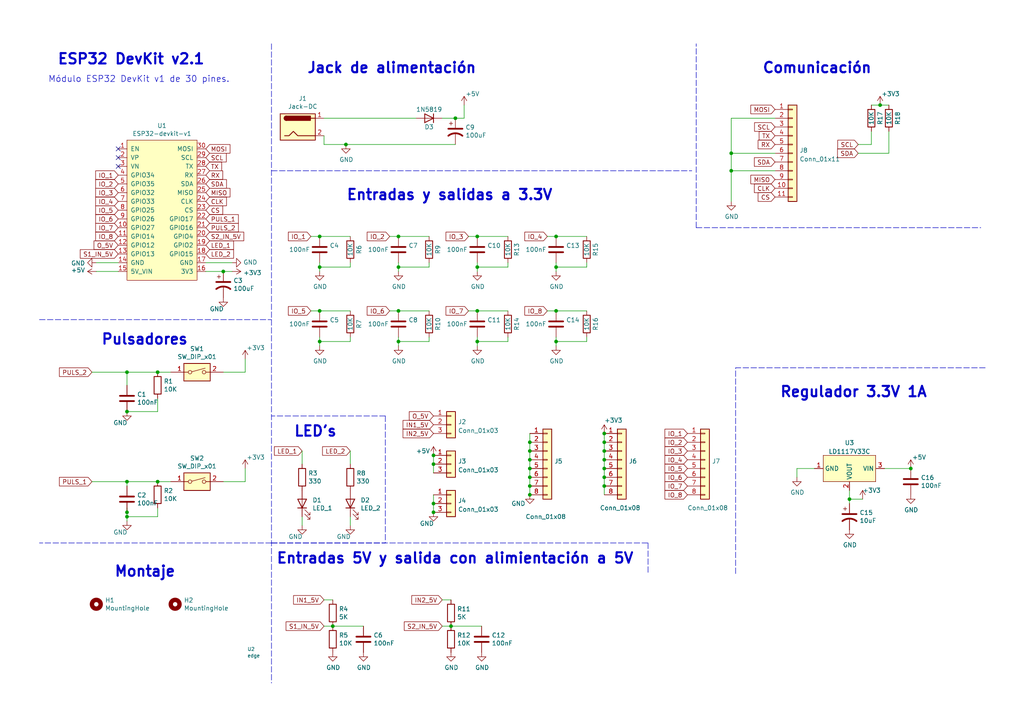
<source format=kicad_sch>
(kicad_sch (version 20211123) (generator eeschema)
  (paper "A4")
  (title_block (title "Esquema Open KIoT") (date "2022-04-25") (company "voluta.coop"))
  (lib_symbols
    (symbol "Connector:Jack-DC" (pin_names (offset 1.016))
      (property "Reference" "J" (at 0 5.334 0))
      (property "Value" "Jack-DC" (at 0 -5.08 0))
      (symbol "Jack-DC_0_1"
        (rectangle (start -5.08 3.81) (end 5.08 -3.81) (stroke (width 0.254)) (fill (type background)))
        (arc (start -3.302 3.175) (mid -3.937 2.54) (end -3.302 1.905) (stroke (width 0.254)))
        (arc (start -3.302 3.175) (mid -3.937 2.54) (end -3.302 1.905) (stroke (width 0.254)) (fill (type outline)))
        (polyline (pts (xy 5.08 2.54) (xy 3.81 2.54)) (stroke (width 0.254)))
        (polyline (pts (xy -3.81 -2.54) (xy -2.54 -2.54) (xy -1.27 -1.27) (xy 0 -2.54) (xy 2.54 -2.54) (xy 5.08 -2.54)) (stroke (width 0.254)))
        (rectangle (start 3.683 3.175) (end -3.302 1.905) (stroke (width 0.254)) (fill (type outline)))
      )
      (symbol "Jack-DC_1_1"
        (pin passive line (at 7.62 2.54 180) (length 2.54) (name "~") (number "1"))
        (pin passive line (at 7.62 -2.54 180) (length 2.54) (name "~") (number "2"))
      )
    )
    (symbol "Connector_Generic:Conn_01x03" (pin_names (offset 1.016) hide)
      (property "Reference" "J" (at 0 5.08 0))
      (property "Value" "Conn_01x03" (at 0 -5.08 0))
      (symbol "Conn_01x03_1_1"
        (rectangle (start -1.27 -2.413) (end 0 -2.667) (stroke (width 0.1524)))
        (rectangle (start -1.27 0.127) (end 0 -0.127) (stroke (width 0.1524)))
        (rectangle (start -1.27 2.667) (end 0 2.413) (stroke (width 0.1524)))
        (rectangle (start -1.27 3.81) (end 1.27 -3.81) (stroke (width 0.254)) (fill (type background)))
        (pin passive line (at -5.08 2.54 0) (length 3.81) (name "Pin_1") (number "1"))
        (pin passive line (at -5.08 0 0) (length 3.81) (name "Pin_2") (number "2"))
        (pin passive line (at -5.08 -2.54 0) (length 3.81) (name "Pin_3") (number "3"))
      )
    )
    (symbol "Connector_Generic:Conn_01x08" (pin_names (offset 1.016) hide)
      (property "Reference" "J" (at 0 10.16 0))
      (property "Value" "Conn_01x08" (at 0 -12.7 0))
      (symbol "Conn_01x08_1_1"
        (rectangle (start -1.27 -10.033) (end 0 -10.287) (stroke (width 0.1524)))
        (rectangle (start -1.27 -7.493) (end 0 -7.747) (stroke (width 0.1524)))
        (rectangle (start -1.27 -4.953) (end 0 -5.207) (stroke (width 0.1524)))
        (rectangle (start -1.27 -2.413) (end 0 -2.667) (stroke (width 0.1524)))
        (rectangle (start -1.27 0.127) (end 0 -0.127) (stroke (width 0.1524)))
        (rectangle (start -1.27 2.667) (end 0 2.413) (stroke (width 0.1524)))
        (rectangle (start -1.27 5.207) (end 0 4.953) (stroke (width 0.1524)))
        (rectangle (start -1.27 7.747) (end 0 7.493) (stroke (width 0.1524)))
        (rectangle (start -1.27 8.89) (end 1.27 -11.43) (stroke (width 0.254)) (fill (type background)))
        (pin passive line (at -5.08 7.62 0) (length 3.81) (name "Pin_1") (number "1"))
        (pin passive line (at -5.08 5.08 0) (length 3.81) (name "Pin_2") (number "2"))
        (pin passive line (at -5.08 2.54 0) (length 3.81) (name "Pin_3") (number "3"))
        (pin passive line (at -5.08 0 0) (length 3.81) (name "Pin_4") (number "4"))
        (pin passive line (at -5.08 -2.54 0) (length 3.81) (name "Pin_5") (number "5"))
        (pin passive line (at -5.08 -5.08 0) (length 3.81) (name "Pin_6") (number "6"))
        (pin passive line (at -5.08 -7.62 0) (length 3.81) (name "Pin_7") (number "7"))
        (pin passive line (at -5.08 -10.16 0) (length 3.81) (name "Pin_8") (number "8"))
      )
    )
    (symbol "Connector_Generic:Conn_01x11" (pin_names (offset 1.016) hide)
      (property "Reference" "J" (at 0 15.24 0))
      (property "Value" "Conn_01x11" (at 0 -15.24 0))
      (symbol "Conn_01x11_1_1"
        (rectangle (start -1.27 -12.573) (end 0 -12.827) (stroke (width 0.1524)))
        (rectangle (start -1.27 -10.033) (end 0 -10.287) (stroke (width 0.1524)))
        (rectangle (start -1.27 -7.493) (end 0 -7.747) (stroke (width 0.1524)))
        (rectangle (start -1.27 -4.953) (end 0 -5.207) (stroke (width 0.1524)))
        (rectangle (start -1.27 -2.413) (end 0 -2.667) (stroke (width 0.1524)))
        (rectangle (start -1.27 0.127) (end 0 -0.127) (stroke (width 0.1524)))
        (rectangle (start -1.27 2.667) (end 0 2.413) (stroke (width 0.1524)))
        (rectangle (start -1.27 5.207) (end 0 4.953) (stroke (width 0.1524)))
        (rectangle (start -1.27 7.747) (end 0 7.493) (stroke (width 0.1524)))
        (rectangle (start -1.27 10.287) (end 0 10.033) (stroke (width 0.1524)))
        (rectangle (start -1.27 12.827) (end 0 12.573) (stroke (width 0.1524)))
        (rectangle (start -1.27 13.97) (end 1.27 -13.97) (stroke (width 0.254)) (fill (type background)))
        (pin passive line (at -5.08 12.7 0) (length 3.81) (name "Pin_1") (number "1"))
        (pin passive line (at -5.08 -10.16 0) (length 3.81) (name "Pin_10") (number "10"))
        (pin passive line (at -5.08 -12.7 0) (length 3.81) (name "Pin_11") (number "11"))
        (pin passive line (at -5.08 10.16 0) (length 3.81) (name "Pin_2") (number "2"))
        (pin passive line (at -5.08 7.62 0) (length 3.81) (name "Pin_3") (number "3"))
        (pin passive line (at -5.08 5.08 0) (length 3.81) (name "Pin_4") (number "4"))
        (pin passive line (at -5.08 2.54 0) (length 3.81) (name "Pin_5") (number "5"))
        (pin passive line (at -5.08 0 0) (length 3.81) (name "Pin_6") (number "6"))
        (pin passive line (at -5.08 -2.54 0) (length 3.81) (name "Pin_7") (number "7"))
        (pin passive line (at -5.08 -5.08 0) (length 3.81) (name "Pin_8") (number "8"))
        (pin passive line (at -5.08 -7.62 0) (length 3.81) (name "Pin_9") (number "9"))
      )
    )
    (symbol "Device:C" (pin_numbers hide) (pin_names (offset 0.254))
      (property "Reference" "C" (at 0.635 2.54 0))
      (property "Value" "C" (at 0.635 -2.54 0))
      (symbol "C_0_1"
        (polyline (pts (xy -2.032 -0.762) (xy 2.032 -0.762)) (stroke (width 0.508)))
        (polyline (pts (xy -2.032 0.762) (xy 2.032 0.762)) (stroke (width 0.508)))
      )
      (symbol "C_1_1"
        (pin passive line (at 0 3.81 270) (length 2.794) (name "~") (number "1"))
        (pin passive line (at 0 -3.81 90) (length 2.794) (name "~") (number "2"))
      )
    )
    (symbol "Device:D" (pin_numbers hide) (pin_names (offset 1.016) hide)
      (property "Reference" "D" (at 0 2.54 0))
      (property "Value" "D" (at 0 -2.54 0))
      (symbol "D_0_1"
        (polyline (pts (xy -1.27 1.27) (xy -1.27 -1.27)) (stroke (width 0.254)))
        (polyline (pts (xy 1.27 0) (xy -1.27 0)))
        (polyline (pts (xy 1.27 1.27) (xy 1.27 -1.27) (xy -1.27 0) (xy 1.27 1.27)) (stroke (width 0.254)))
      )
      (symbol "D_1_1"
        (pin passive line (at -3.81 0 0) (length 2.54) (name "K") (number "1"))
        (pin passive line (at 3.81 0 180) (length 2.54) (name "A") (number "2"))
      )
    )
    (symbol "Device:LED" (pin_numbers hide) (pin_names (offset 1.016) hide)
      (property "Reference" "D" (at 0 2.54 0))
      (property "Value" "LED" (at 0 -2.54 0))
      (symbol "LED_0_1"
        (polyline (pts (xy -1.27 -1.27) (xy -1.27 1.27)) (stroke (width 0.254)))
        (polyline (pts (xy -1.27 0) (xy 1.27 0)))
        (polyline (pts (xy 1.27 -1.27) (xy 1.27 1.27) (xy -1.27 0) (xy 1.27 -1.27)) (stroke (width 0.254)))
        (polyline (pts (xy -3.048 -0.762) (xy -4.572 -2.286) (xy -3.81 -2.286) (xy -4.572 -2.286) (xy -4.572 -1.524)))
        (polyline (pts (xy -1.778 -0.762) (xy -3.302 -2.286) (xy -2.54 -2.286) (xy -3.302 -2.286) (xy -3.302 -1.524)))
      )
      (symbol "LED_1_1"
        (pin passive line (at -3.81 0 0) (length 2.54) (name "K") (number "1"))
        (pin passive line (at 3.81 0 180) (length 2.54) (name "A") (number "2"))
      )
    )
    (symbol "Device:R" (pin_numbers hide) (pin_names (offset 0))
      (property "Reference" "R" (at 2.032 0 90))
      (property "Value" "R" (at 0 0 90))
      (symbol "R_0_1"
        (rectangle (start -1.016 -2.54) (end 1.016 2.54) (stroke (width 0.254)))
      )
      (symbol "R_1_1"
        (pin passive line (at 0 3.81 270) (length 1.27) (name "~") (number "1"))
        (pin passive line (at 0 -3.81 90) (length 1.27) (name "~") (number "2"))
      )
    )
    (symbol "Mechanical:MountingHole" (pin_names (offset 1.016))
      (property "Reference" "H" (at 0 5.08 0))
      (property "Value" "MountingHole" (at 0 3.175 0))
      (symbol "MountingHole_0_1"
        (circle (center 0 0) (radius 1.27) (stroke (width 1.27)))
      )
    )
    (symbol "Open_KIoT:LD1117V33C"
      (property "Reference" "U" (at 6.35 -5.08 0))
      (property "Value" "LD1117V33C" (at 0 5.08 0))
      (symbol "LD1117V33C_0_1"
        (rectangle (start -7.62 3.81) (end 7.62 -3.81) (stroke (width 0.1524)) (fill (type background)))
      )
      (symbol "LD1117V33C_1_1"
        (pin output line (at -10.16 0 0) (length 2.54) (name "GND") (number "1"))
        (pin output line (at 0 -6.35 90) (length 2.54) (name "VOUT") (number "2"))
        (pin input line (at 10.16 0 180) (length 2.54) (name "VIN") (number "3"))
      )
    )
    (symbol "Switch:SW_DIP_x01" (pin_names (offset 0) hide)
      (property "Reference" "SW" (at 0 3.81 0))
      (property "Value" "SW_DIP_x01" (at 0 -3.81 0))
      (symbol "SW_DIP_x01_0_0"
        (circle (center -2.032 0) (radius 0.508))
        (polyline (pts (xy -1.524 0.127) (xy 2.3622 1.1684)))
        (circle (center 2.032 0) (radius 0.508))
      )
      (symbol "SW_DIP_x01_0_1"
        (rectangle (start -3.81 2.54) (end 3.81 -2.54) (stroke (width 0.254)) (fill (type background)))
      )
      (symbol "SW_DIP_x01_1_1"
        (pin passive line (at -7.62 0 0) (length 5.08) (name "~") (number "1"))
        (pin passive line (at 7.62 0 180) (length 5.08) (name "~") (number "2"))
      )
    )
    (symbol "eGallinero-rescue:CP1-Device" (pin_numbers hide) (pin_names (offset 0.254) hide)
      (property "Reference" "C" (at 0.635 2.54 0))
      (property "Value" "CP1-Device" (at 0.635 -2.54 0))
      (symbol "CP1-Device_0_1"
        (polyline (pts (xy -2.032 0.762) (xy 2.032 0.762)) (stroke (width 0.508)))
        (polyline (pts (xy -1.778 2.286) (xy -0.762 2.286)))
        (polyline (pts (xy -1.27 1.778) (xy -1.27 2.794)))
        (arc (start 2.032 -1.27) (mid 0 -0.5572) (end -2.032 -1.27) (stroke (width 0.508)))
      )
      (symbol "CP1-Device_1_1"
        (pin passive line (at 0 3.81 270) (length 2.794) (name "~") (number "1"))
        (pin passive line (at 0 -3.81 90) (length 3.302) (name "~") (number "2"))
      )
    )
    (symbol "eGallinero:ESP32-devkit-v1" (pin_names (offset 1.016))
      (property "Reference" "U" (at 0 22.86 0))
      (property "Value" "ESP32-devkit-v1" (at 0 -22.86 0))
      (symbol "ESP32-devkit-v1_0_1"
        (rectangle (start 10.16 -20.32) (end -10.16 20.32) (fill (type background)))
      )
      (symbol "ESP32-devkit-v1_1_1"
        (pin input line (at -12.7 17.78 0) (length 2.54) (name "EN") (number "1"))
        (pin input line (at -12.7 -5.08 0) (length 2.54) (name "GPIO27") (number "10"))
        (pin input line (at -12.7 -7.62 0) (length 2.54) (name "GPIO14") (number "11"))
        (pin input line (at -12.7 -10.16 0) (length 2.54) (name "GPIO12") (number "12"))
        (pin input line (at -12.7 -12.7 0) (length 2.54) (name "GPIO13") (number "13"))
        (pin input line (at -12.7 -15.24 0) (length 2.54) (name "GND") (number "14"))
        (pin input line (at -12.7 -17.78 0) (length 2.54) (name "5V_VIN") (number "15"))
        (pin input line (at 12.7 -17.78 180) (length 2.54) (name "3V3") (number "16"))
        (pin input line (at 12.7 -15.24 180) (length 2.54) (name "GND") (number "17"))
        (pin input line (at 12.7 -12.7 180) (length 2.54) (name "GPIO15") (number "18"))
        (pin input line (at 12.7 -10.16 180) (length 2.54) (name "GPIO2") (number "19"))
        (pin input line (at -12.7 15.24 0) (length 2.54) (name "VP") (number "2"))
        (pin input line (at 12.7 -7.62 180) (length 2.54) (name "GPIO4") (number "20"))
        (pin input line (at 12.7 -5.08 180) (length 2.54) (name "GPIO16") (number "21"))
        (pin input line (at 12.7 -2.54 180) (length 2.54) (name "GPIO17") (number "22"))
        (pin input line (at 12.7 0 180) (length 2.54) (name "CS") (number "23"))
        (pin input line (at 12.7 2.54 180) (length 2.54) (name "CLK") (number "24"))
        (pin input line (at 12.7 5.08 180) (length 2.54) (name "MISO") (number "25"))
        (pin input line (at 12.7 7.62 180) (length 2.54) (name "SDA") (number "26"))
        (pin input line (at 12.7 10.16 180) (length 2.54) (name "RX") (number "27"))
        (pin input line (at 12.7 12.7 180) (length 2.54) (name "TX") (number "28"))
        (pin input line (at 12.7 15.24 180) (length 2.54) (name "SCL") (number "29"))
        (pin input line (at -12.7 12.7 0) (length 2.54) (name "VN") (number "3"))
        (pin input line (at 12.7 17.78 180) (length 2.54) (name "MOSI") (number "30"))
        (pin input line (at -12.7 10.16 0) (length 2.54) (name "GPIO34") (number "4"))
        (pin input line (at -12.7 7.62 0) (length 2.54) (name "GPIO35") (number "5"))
        (pin input line (at -12.7 5.08 0) (length 2.54) (name "GPIO32") (number "6"))
        (pin input line (at -12.7 2.54 0) (length 2.54) (name "GPIO33") (number "7"))
        (pin input line (at -12.7 0 0) (length 2.54) (name "GPIO25") (number "8"))
        (pin input line (at -12.7 -2.54 0) (length 2.54) (name "GPIO26") (number "9"))
      )
    )
    (symbol "eGallinero:edge" (pin_numbers hide) (pin_names (offset 0) hide)
      (property "Reference" "U" (at 0 0 0))
      (property "Value" "edge" (at 0 -3.81 0))
    )
    (symbol "power:+3V3" (power) (pin_names (offset 0))
      (property "Value" "+3V3" (at 0 3.556 0))
      (symbol "+3V3_0_1"
        (polyline (pts (xy -0.762 1.27) (xy 0 2.54)))
        (polyline (pts (xy 0 0) (xy 0 2.54)))
        (polyline (pts (xy 0 2.54) (xy 0.762 1.27)))
      )
      (symbol "+3V3_1_1"
        (pin power_in line (at 0 0 90) (length 0) hide (name "+3V3") (number "1"))
      )
    )
    (symbol "power:+5V" (power) (pin_names (offset 0))
      (property "Value" "+5V" (at 0 3.556 0))
      (symbol "+5V_0_1"
        (polyline (pts (xy -0.762 1.27) (xy 0 2.54)))
        (polyline (pts (xy 0 0) (xy 0 2.54)))
        (polyline (pts (xy 0 2.54) (xy 0.762 1.27)))
      )
      (symbol "+5V_1_1"
        (pin power_in line (at 0 0 90) (length 0) hide (name "+5V") (number "1"))
      )
    )
    (symbol "power:GND" (power) (pin_names (offset 0))
      (property "Value" "GND" (at 0 -3.81 0))
      (symbol "GND_0_1"
        (polyline (pts (xy 0 0) (xy 0 -1.27) (xy 1.27 -1.27) (xy 0 -2.54) (xy -1.27 -1.27) (xy 0 -1.27)))
      )
      (symbol "GND_1_1"
        (pin power_in line (at 0 0 270) (length 0) hide (name "GND") (number "1"))
      )
    )
  )
  (junction (at 138.43 99.06))
  (junction (at 138.43 90.17))
  (junction (at 64.77 78.74))
  (junction (at 45.72 107.95))
  (junction (at 130.81 181.61))
  (junction (at 115.57 68.58))
  (junction (at 92.71 68.58))
  (junction (at 125.73 146.05))
  (junction (at 115.57 77.47))
  (junction (at 175.26 140.97))
  (junction (at 153.67 143.51))
  (junction (at 212.09 49.53))
  (junction (at 92.71 77.47))
  (junction (at 175.26 135.89))
  (junction (at 175.26 128.27))
  (junction (at 175.26 130.81))
  (junction (at 161.29 99.06))
  (junction (at 153.67 128.27))
  (junction (at 115.57 90.17))
  (junction (at 264.16 135.89))
  (junction (at 153.67 135.89))
  (junction (at 161.29 90.17))
  (junction (at 255.27 30.48))
  (junction (at 138.43 68.58))
  (junction (at 175.26 138.43))
  (junction (at 153.67 138.43))
  (junction (at 125.73 134.62))
  (junction (at 153.67 130.81))
  (junction (at 36.83 119.38))
  (junction (at 36.83 149.86))
  (junction (at 153.67 140.97))
  (junction (at 96.52 181.61))
  (junction (at 138.43 77.47))
  (junction (at 175.26 125.73))
  (junction (at 161.29 68.58))
  (junction (at 161.29 77.47))
  (junction (at 153.67 133.35))
  (junction (at 36.83 148.59))
  (junction (at 36.83 139.7))
  (junction (at 92.71 90.17))
  (junction (at 125.73 132.08))
  (junction (at 115.57 99.06))
  (junction (at 100.33 41.91))
  (junction (at 125.73 148.59))
  (junction (at 45.72 139.7))
  (junction (at 246.38 144.78))
  (junction (at 175.26 133.35))
  (junction (at 132.08 34.29))
  (junction (at 92.71 99.06))
  (junction (at 36.83 107.95))
  (junction (at 212.09 44.45))
  (no_connect (at 34.29 43.18))
  (no_connect (at 34.29 45.72))
  (no_connect (at 34.29 48.26))
  (wire (pts (xy 138.43 99.06) (xy 138.43 100.33)))
  (wire (pts (xy 115.57 77.47) (xy 115.57 78.74)))
  (wire (pts (xy 248.92 44.45) (xy 257.81 44.45)))
  (wire (pts (xy 252.73 30.48) (xy 255.27 30.48)))
  (wire (pts (xy 153.67 140.97) (xy 153.67 143.51)))
  (wire (pts (xy 256.54 135.89) (xy 264.16 135.89)))
  (wire (pts (xy 138.43 68.58) (xy 147.32 68.58)))
  (wire (pts (xy 147.32 77.47) (xy 138.43 77.47)))
  (wire (pts (xy 125.73 134.62) (xy 125.73 137.16)))
  (wire (pts (xy 124.46 76.2) (xy 124.46 77.47)))
  (wire (pts (xy 92.71 77.47) (xy 92.71 78.74)))
  (wire (pts (xy 64.77 78.74) (xy 67.31 78.74)))
  (wire (pts (xy 175.26 138.43) (xy 175.26 140.97)))
  (wire (pts (xy 161.29 97.79) (xy 161.29 99.06)))
  (wire (pts (xy 161.29 90.17) (xy 170.18 90.17)))
  (wire (pts (xy 90.17 90.17) (xy 92.71 90.17)))
  (wire (pts (xy 27.94 76.2) (xy 34.29 76.2)))
  (wire (pts (xy 64.77 107.95) (xy 71.12 107.95)))
  (polyline (pts (xy 285.75 106.68) (xy 213.36 106.68)))
  (wire (pts (xy 125.73 132.08) (xy 125.73 134.62)))
  (wire (pts (xy 153.67 128.27) (xy 153.67 130.81)))
  (wire (pts (xy 101.6 149.86) (xy 101.6 152.4)))
  (wire (pts (xy 71.12 139.7) (xy 71.12 135.89)))
  (wire (pts (xy 34.29 78.74) (xy 27.94 78.74)))
  (polyline (pts (xy 213.36 166.37) (xy 213.36 106.68)))
  (wire (pts (xy 161.29 77.47) (xy 161.29 78.74)))
  (wire (pts (xy 92.71 97.79) (xy 92.71 99.06)))
  (wire (pts (xy 255.27 30.48) (xy 257.81 30.48)))
  (wire (pts (xy 248.92 41.91) (xy 252.73 41.91)))
  (wire (pts (xy 231.14 135.89) (xy 236.22 135.89)))
  (wire (pts (xy 128.27 181.61) (xy 130.81 181.61)))
  (wire (pts (xy 153.67 135.89) (xy 153.67 138.43)))
  (wire (pts (xy 101.6 97.79) (xy 101.6 99.06)))
  (polyline (pts (xy 78.74 12.7) (xy 78.74 198.12)))
  (wire (pts (xy 93.98 181.61) (xy 96.52 181.61)))
  (wire (pts (xy 125.73 146.05) (xy 125.73 148.59)))
  (wire (pts (xy 115.57 90.17) (xy 124.46 90.17)))
  (wire (pts (xy 90.17 68.58) (xy 92.71 68.58)))
  (wire (pts (xy 93.98 41.91) (xy 93.98 39.37)))
  (wire (pts (xy 170.18 99.06) (xy 161.29 99.06)))
  (wire (pts (xy 161.29 76.2) (xy 161.29 77.47)))
  (wire (pts (xy 128.27 173.99) (xy 130.81 173.99)))
  (wire (pts (xy 250.19 144.78) (xy 246.38 144.78)))
  (wire (pts (xy 92.71 99.06) (xy 92.71 100.33)))
  (polyline (pts (xy 201.93 66.04) (xy 201.93 12.7)))
  (wire (pts (xy 135.89 90.17) (xy 138.43 90.17)))
  (wire (pts (xy 135.89 68.58) (xy 138.43 68.58)))
  (wire (pts (xy 71.12 107.95) (xy 71.12 104.14)))
  (wire (pts (xy 246.38 144.78) (xy 246.38 146.05)))
  (wire (pts (xy 113.03 90.17) (xy 115.57 90.17)))
  (wire (pts (xy 101.6 130.81) (xy 101.6 134.62)))
  (wire (pts (xy 26.67 107.95) (xy 36.83 107.95)))
  (wire (pts (xy 175.26 135.89) (xy 175.26 138.43)))
  (wire (pts (xy 100.33 41.91) (xy 132.08 41.91)))
  (wire (pts (xy 147.32 76.2) (xy 147.32 77.47)))
  (wire (pts (xy 87.63 149.86) (xy 87.63 152.4)))
  (wire (pts (xy 161.29 99.06) (xy 161.29 100.33)))
  (wire (pts (xy 115.57 76.2) (xy 115.57 77.47)))
  (wire (pts (xy 153.67 133.35) (xy 153.67 135.89)))
  (wire (pts (xy 96.52 181.61) (xy 105.41 181.61)))
  (wire (pts (xy 93.98 34.29) (xy 120.65 34.29)))
  (wire (pts (xy 134.62 34.29) (xy 134.62 30.48)))
  (wire (pts (xy 45.72 139.7) (xy 36.83 139.7)))
  (wire (pts (xy 45.72 147.32) (xy 45.72 149.86)))
  (polyline (pts (xy 78.74 49.53) (xy 200.66 49.53)))
  (wire (pts (xy 147.32 97.79) (xy 147.32 99.06)))
  (wire (pts (xy 212.09 44.45) (xy 212.09 49.53)))
  (polyline (pts (xy 111.76 120.65) (xy 78.74 120.65)))
  (wire (pts (xy 212.09 49.53) (xy 212.09 58.42)))
  (wire (pts (xy 45.72 115.57) (xy 45.72 119.38)))
  (polyline (pts (xy 78.74 157.48) (xy 187.96 157.48)))
  (wire (pts (xy 158.75 90.17) (xy 161.29 90.17)))
  (wire (pts (xy 170.18 97.79) (xy 170.18 99.06)))
  (polyline (pts (xy 78.74 157.48) (xy 11.43 157.48)))
  (wire (pts (xy 252.73 41.91) (xy 252.73 38.1)))
  (wire (pts (xy 175.26 125.73) (xy 175.26 128.27)))
  (wire (pts (xy 257.81 44.45) (xy 257.81 38.1)))
  (wire (pts (xy 224.79 34.29) (xy 212.09 34.29)))
  (wire (pts (xy 170.18 76.2) (xy 170.18 77.47)))
  (wire (pts (xy 49.53 107.95) (xy 45.72 107.95)))
  (wire (pts (xy 246.38 142.24) (xy 246.38 144.78)))
  (wire (pts (xy 59.69 76.2) (xy 67.31 76.2)))
  (wire (pts (xy 138.43 76.2) (xy 138.43 77.47)))
  (wire (pts (xy 59.69 78.74) (xy 64.77 78.74)))
  (wire (pts (xy 36.83 149.86) (xy 36.83 151.13)))
  (wire (pts (xy 93.98 41.91) (xy 100.33 41.91)))
  (wire (pts (xy 45.72 119.38) (xy 36.83 119.38)))
  (wire (pts (xy 124.46 97.79) (xy 124.46 99.06)))
  (wire (pts (xy 36.83 139.7) (xy 36.83 140.97)))
  (polyline (pts (xy 11.43 92.71) (xy 78.74 92.71)))
  (wire (pts (xy 87.63 130.81) (xy 87.63 134.62)))
  (wire (pts (xy 161.29 68.58) (xy 170.18 68.58)))
  (wire (pts (xy 92.71 90.17) (xy 101.6 90.17)))
  (wire (pts (xy 115.57 99.06) (xy 115.57 100.33)))
  (wire (pts (xy 125.73 143.51) (xy 125.73 146.05)))
  (wire (pts (xy 147.32 99.06) (xy 138.43 99.06)))
  (wire (pts (xy 138.43 77.47) (xy 138.43 78.74)))
  (wire (pts (xy 130.81 181.61) (xy 139.7 181.61)))
  (polyline (pts (xy 111.76 120.65) (xy 111.76 157.48)))
  (wire (pts (xy 212.09 44.45) (xy 224.79 44.45)))
  (wire (pts (xy 101.6 99.06) (xy 92.71 99.06)))
  (wire (pts (xy 128.27 34.29) (xy 132.08 34.29)))
  (wire (pts (xy 36.83 107.95) (xy 45.72 107.95)))
  (wire (pts (xy 101.6 76.2) (xy 101.6 77.47)))
  (wire (pts (xy 212.09 49.53) (xy 224.79 49.53)))
  (wire (pts (xy 158.75 68.58) (xy 161.29 68.58)))
  (wire (pts (xy 115.57 97.79) (xy 115.57 99.06)))
  (wire (pts (xy 36.83 111.76) (xy 36.83 107.95)))
  (wire (pts (xy 92.71 68.58) (xy 101.6 68.58)))
  (wire (pts (xy 170.18 77.47) (xy 161.29 77.47)))
  (wire (pts (xy 101.6 77.47) (xy 92.71 77.47)))
  (wire (pts (xy 175.26 128.27) (xy 175.26 130.81)))
  (wire (pts (xy 45.72 149.86) (xy 36.83 149.86)))
  (wire (pts (xy 153.67 130.81) (xy 153.67 133.35)))
  (wire (pts (xy 138.43 97.79) (xy 138.43 99.06)))
  (wire (pts (xy 36.83 148.59) (xy 36.83 149.86)))
  (wire (pts (xy 49.53 139.7) (xy 45.72 139.7)))
  (polyline (pts (xy 78.74 157.48) (xy 111.76 157.48)))
  (wire (pts (xy 92.71 76.2) (xy 92.71 77.47)))
  (wire (pts (xy 175.26 140.97) (xy 175.26 143.51)))
  (polyline (pts (xy 201.93 66.04) (xy 284.48 66.04)))
  (wire (pts (xy 26.67 139.7) (xy 36.83 139.7)))
  (wire (pts (xy 93.98 173.99) (xy 96.52 173.99)))
  (wire (pts (xy 212.09 34.29) (xy 212.09 44.45)))
  (wire (pts (xy 113.03 68.58) (xy 115.57 68.58)))
  (wire (pts (xy 115.57 68.58) (xy 124.46 68.58)))
  (wire (pts (xy 64.77 139.7) (xy 71.12 139.7)))
  (wire (pts (xy 124.46 99.06) (xy 115.57 99.06)))
  (wire (pts (xy 132.08 34.29) (xy 134.62 34.29)))
  (wire (pts (xy 231.14 138.43) (xy 231.14 135.89)))
  (wire (pts (xy 153.67 125.73) (xy 153.67 128.27)))
  (wire (pts (xy 138.43 90.17) (xy 147.32 90.17)))
  (wire (pts (xy 36.83 147.32) (xy 36.83 148.59)))
  (wire (pts (xy 175.26 133.35) (xy 175.26 135.89)))
  (polyline (pts (xy 187.96 157.48) (xy 187.96 166.37)))
  (wire (pts (xy 175.26 130.81) (xy 175.26 133.35)))
  (wire (pts (xy 153.67 138.43) (xy 153.67 140.97)))
  (wire (pts (xy 124.46 77.47) (xy 115.57 77.47)))
  (text "Regulador 3.3V 1A" (at 226.06 115.57 0) (effects (font (size 2.9972 2.9972) (thickness 0.5994) bold) (justify left bottom)))
  (text "Módulo ESP32 DevKit v1 de 30 pines. \n" (at 13.97 24.13 0) (effects (font (size 1.8034 1.8034)) (justify left bottom)))
  (text "Entradas 5V y salida con alimientación a 5V" (at 80.01 163.83 0) (effects (font (size 2.9972 2.9972) (thickness 0.5994) bold) (justify left bottom)))
  (text "Pulsadores\n" (at 29.21 100.33 0) (effects (font (size 2.9972 2.9972) (thickness 0.5994) bold) (justify left bottom)))
  (text "Entradas y salidas a 3.3V" (at 100.33 58.42 0) (effects (font (size 2.9972 2.9972) (thickness 0.5994) bold) (justify left bottom)))
  (text "Comunicación" (at 220.98 21.59 0) (effects (font (size 2.9972 2.9972) (thickness 0.5994) bold) (justify left bottom)))
  (text "Montaje" (at 33.02 167.64 0) (effects (font (size 2.9972 2.9972) (thickness 0.5994) bold) (justify left bottom)))
  (text "ESP32 DevKit v2.1" (at 16.51 19.05 0) (effects (font (size 2.9972 2.9972) (thickness 0.5994) bold) (justify left bottom)))
  (text "LED's" (at 85.09 127 0) (effects (font (size 2.9972 2.9972) (thickness 0.5994) bold) (justify left bottom)))
  (text "Jack de alimentación" (at 88.9 21.59 0) (effects (font (size 2.9972 2.9972) (thickness 0.5994) bold) (justify left bottom)))
  (global_label "IO_5" (shape input) (at 90.17 90.17 180) (property "Referencias entre hojas" "${INTERSHEET_REFS}" (effects hide)))
  (global_label "LED_1" (shape input) (at 87.63 130.81 180) (property "Referencias entre hojas" "${INTERSHEET_REFS}" (effects hide)))
  (global_label "IO_1" (shape input) (at 199.39 125.73 180) (property "Referencias entre hojas" "${INTERSHEET_REFS}" (effects hide)))
  (global_label "PULS_1" (shape input) (at 26.67 139.7 180) (property "Referencias entre hojas" "${INTERSHEET_REFS}" (effects hide)))
  (global_label "SCL" (shape input) (at 248.92 41.91 180) (property "Referencias entre hojas" "${INTERSHEET_REFS}" (effects hide)))
  (global_label "MOSI" (shape input) (at 59.69 43.18 0) (property "Referencias entre hojas" "${INTERSHEET_REFS}" (effects hide)))
  (global_label "PULS_2" (shape input) (at 59.69 66.04 0) (property "Referencias entre hojas" "${INTERSHEET_REFS}" (effects hide)))
  (global_label "S1_IN_5V" (shape input) (at 34.29 73.66 180) (property "Referencias entre hojas" "${INTERSHEET_REFS}" (effects hide)))
  (global_label "IO_2" (shape input) (at 199.39 128.27 180) (property "Referencias entre hojas" "${INTERSHEET_REFS}" (effects hide)))
  (global_label "IO_3" (shape input) (at 135.89 68.58 180) (property "Referencias entre hojas" "${INTERSHEET_REFS}" (effects hide)))
  (global_label "SCL" (shape input) (at 59.69 45.72 0) (property "Referencias entre hojas" "${INTERSHEET_REFS}" (effects hide)))
  (global_label "MOSI" (shape input) (at 224.79 31.75 180) (property "Referencias entre hojas" "${INTERSHEET_REFS}" (effects hide)))
  (global_label "IO_5" (shape input) (at 34.29 60.96 180) (property "Referencias entre hojas" "${INTERSHEET_REFS}" (effects hide)))
  (global_label "SCL" (shape input) (at 224.79 36.83 180) (property "Referencias entre hojas" "${INTERSHEET_REFS}" (effects hide)))
  (global_label "IO_8" (shape input) (at 199.39 143.51 180) (property "Referencias entre hojas" "${INTERSHEET_REFS}" (effects hide)))
  (global_label "IO_6" (shape input) (at 199.39 138.43 180) (property "Referencias entre hojas" "${INTERSHEET_REFS}" (effects hide)))
  (global_label "IO_1" (shape input) (at 90.17 68.58 180) (property "Referencias entre hojas" "${INTERSHEET_REFS}" (effects hide)))
  (global_label "IO_7" (shape input) (at 34.29 66.04 180) (property "Referencias entre hojas" "${INTERSHEET_REFS}" (effects hide)))
  (global_label "IO_1" (shape input) (at 34.29 50.8 180) (property "Referencias entre hojas" "${INTERSHEET_REFS}" (effects hide)))
  (global_label "TX" (shape input) (at 59.69 48.26 0) (property "Referencias entre hojas" "${INTERSHEET_REFS}" (effects hide)))
  (global_label "LED_1" (shape input) (at 59.69 71.12 0) (property "Referencias entre hojas" "${INTERSHEET_REFS}" (effects hide)))
  (global_label "CS" (shape input) (at 59.69 60.96 0) (property "Referencias entre hojas" "${INTERSHEET_REFS}" (effects hide)))
  (global_label "CLK" (shape input) (at 224.79 54.61 180) (property "Referencias entre hojas" "${INTERSHEET_REFS}" (effects hide)))
  (global_label "IO_3" (shape input) (at 199.39 130.81 180) (property "Referencias entre hojas" "${INTERSHEET_REFS}" (effects hide)))
  (global_label "IO_5" (shape input) (at 199.39 135.89 180) (property "Referencias entre hojas" "${INTERSHEET_REFS}" (effects hide)))
  (global_label "SDA" (shape input) (at 224.79 46.99 180) (property "Referencias entre hojas" "${INTERSHEET_REFS}" (effects hide)))
  (global_label "RX" (shape input) (at 224.79 41.91 180) (property "Referencias entre hojas" "${INTERSHEET_REFS}" (effects hide)))
  (global_label "IO_2" (shape input) (at 113.03 68.58 180) (property "Referencias entre hojas" "${INTERSHEET_REFS}" (effects hide)))
  (global_label "CS" (shape input) (at 224.79 57.15 180) (property "Referencias entre hojas" "${INTERSHEET_REFS}" (effects hide)))
  (global_label "IO_8" (shape input) (at 158.75 90.17 180) (property "Referencias entre hojas" "${INTERSHEET_REFS}" (effects hide)))
  (global_label "TX" (shape input) (at 224.79 39.37 180) (property "Referencias entre hojas" "${INTERSHEET_REFS}" (effects hide)))
  (global_label "MISO" (shape input) (at 59.69 55.88 0) (property "Referencias entre hojas" "${INTERSHEET_REFS}" (effects hide)))
  (global_label "O_5V" (shape input) (at 34.29 71.12 180) (property "Referencias entre hojas" "${INTERSHEET_REFS}" (effects hide)))
  (global_label "O_5V" (shape input) (at 125.73 120.65 180) (property "Referencias entre hojas" "${INTERSHEET_REFS}" (effects hide)))
  (global_label "SDA" (shape input) (at 59.69 53.34 0) (property "Referencias entre hojas" "${INTERSHEET_REFS}" (effects hide)))
  (global_label "IN2_5V" (shape input) (at 128.27 173.99 180) (property "Referencias entre hojas" "${INTERSHEET_REFS}" (effects hide)))
  (global_label "S2_IN_5V" (shape input) (at 59.69 68.58 0) (property "Referencias entre hojas" "${INTERSHEET_REFS}" (effects hide)))
  (global_label "MISO" (shape input) (at 224.79 52.07 180) (property "Referencias entre hojas" "${INTERSHEET_REFS}" (effects hide)))
  (global_label "IO_7" (shape input) (at 199.39 140.97 180) (property "Referencias entre hojas" "${INTERSHEET_REFS}" (effects hide)))
  (global_label "SDA" (shape input) (at 248.92 44.45 180) (property "Referencias entre hojas" "${INTERSHEET_REFS}" (effects hide)))
  (global_label "IO_4" (shape input) (at 199.39 133.35 180) (property "Referencias entre hojas" "${INTERSHEET_REFS}" (effects hide)))
  (global_label "LED_2" (shape input) (at 101.6 130.81 180) (property "Referencias entre hojas" "${INTERSHEET_REFS}" (effects hide)))
  (global_label "IO_2" (shape input) (at 34.29 53.34 180) (property "Referencias entre hojas" "${INTERSHEET_REFS}" (effects hide)))
  (global_label "PULS_1" (shape input) (at 59.69 63.5 0) (property "Referencias entre hojas" "${INTERSHEET_REFS}" (effects hide)))
  (global_label "IO_4" (shape input) (at 34.29 58.42 180) (property "Referencias entre hojas" "${INTERSHEET_REFS}" (effects hide)))
  (global_label "IO_4" (shape input) (at 158.75 68.58 180) (property "Referencias entre hojas" "${INTERSHEET_REFS}" (effects hide)))
  (global_label "RX" (shape input) (at 59.69 50.8 0) (property "Referencias entre hojas" "${INTERSHEET_REFS}" (effects hide)))
  (global_label "IO_7" (shape input) (at 135.89 90.17 180) (property "Referencias entre hojas" "${INTERSHEET_REFS}" (effects hide)))
  (global_label "IO_8" (shape input) (at 34.29 68.58 180) (property "Referencias entre hojas" "${INTERSHEET_REFS}" (effects hide)))
  (global_label "S2_IN_5V" (shape input) (at 128.27 181.61 180) (property "Referencias entre hojas" "${INTERSHEET_REFS}" (effects hide)))
  (global_label "IO_6" (shape input) (at 34.29 63.5 180) (property "Referencias entre hojas" "${INTERSHEET_REFS}" (effects hide)))
  (global_label "IO_3" (shape input) (at 34.29 55.88 180) (property "Referencias entre hojas" "${INTERSHEET_REFS}" (effects hide)))
  (global_label "IN1_5V" (shape input) (at 93.98 173.99 180) (property "Referencias entre hojas" "${INTERSHEET_REFS}" (effects hide)))
  (global_label "IN1_5V" (shape input) (at 125.73 123.19 180) (property "Referencias entre hojas" "${INTERSHEET_REFS}" (effects hide)))
  (global_label "CLK" (shape input) (at 59.69 58.42 0) (property "Referencias entre hojas" "${INTERSHEET_REFS}" (effects hide)))
  (global_label "PULS_2" (shape input) (at 26.67 107.95 180) (property "Referencias entre hojas" "${INTERSHEET_REFS}" (effects hide)))
  (global_label "IN2_5V" (shape input) (at 125.73 125.73 180) (property "Referencias entre hojas" "${INTERSHEET_REFS}" (effects hide)))
  (global_label "S1_IN_5V" (shape input) (at 93.98 181.61 180) (property "Referencias entre hojas" "${INTERSHEET_REFS}" (effects hide)))
  (global_label "IO_6" (shape input) (at 113.03 90.17 180) (property "Referencias entre hojas" "${INTERSHEET_REFS}" (effects hide)))
  (global_label "LED_2" (shape input) (at 59.69 73.66 0) (property "Referencias entre hojas" "${INTERSHEET_REFS}" (effects hide)))
  (symbol (lib_id "eGallinero:ESP32-devkit-v1") (at 46.99 60.96 0) (unit 1)
    (property "Reference" "U1" (at 46.99 36.449 0))
    (property "Value" "ESP32-devkit-v1" (at 46.99 38.7604 0))
    (property "Footprint" "eGallinero:ESP32-DevKit-v1" (effects hide))
  )
  (symbol (lib_id "Connector:Jack-DC") (at 86.36 36.83 0) (unit 1)
    (property "Reference" "J1" (at 87.8078 28.575 0))
    (property "Value" "Jack-DC" (at 87.8078 30.8864 0))
    (property "Footprint" "Connector_BarrelJack:BarrelJack_Horizontal" (effects hide))
  )
  (symbol (lib_id "power:GND") (at 100.33 41.91 0) (unit 1)
    (property "Reference" "#PWR014" (effects hide))
    (property "Value" "GND" (at 100.457 46.3042 0))
  )
  (symbol (lib_id "Device:D") (at 124.46 34.29 180) (unit 1)
    (property "Reference" "D3" (at 124.46 36.83 0))
    (property "Value" "1N5819" (at 124.46 31.75 0))
    (property "Footprint" "Diode_THT:D_DO-41_SOD81_P12.70mm_Horizontal" (effects hide))
  )
  (symbol (lib_id "power:GND") (at 27.94 76.2 270) (unit 1)
    (property "Reference" "#PWR01" (effects hide))
    (property "Value" "GND" (at 24.6888 76.327 90) (effects (justify right)))
  )
  (symbol (lib_id "power:GND") (at 67.31 76.2 90) (unit 1)
    (property "Reference" "#PWR06" (effects hide))
    (property "Value" "GND" (at 70.5612 76.073 90) (effects (justify right)))
  )
  (symbol (lib_id "power:+3V3") (at 67.31 78.74 270) (unit 1)
    (property "Reference" "#PWR07" (effects hide))
    (property "Value" "+3V3" (at 70.5612 79.121 90) (effects (justify left)))
  )
  (symbol (lib_id "power:+5V") (at 27.94 78.74 90) (unit 1)
    (property "Reference" "#PWR02" (effects hide))
    (property "Value" "+5V" (at 24.6888 78.359 90) (effects (justify left)))
  )
  (symbol (lib_id "power:+5V") (at 134.62 30.48 0) (unit 1)
    (property "Reference" "#PWR022" (effects hide))
    (property "Value" "+5V" (at 135.001 27.2288 0) (effects (justify left)))
  )
  (symbol (lib_id "eGallinero:edge") (at 71.12 189.23 0) (unit 1)
    (property "Reference" "U2" (at 71.755 188.2648 0) (effects (font (size 0.9906 0.9906)) (justify left)))
    (property "Value" "edge" (at 71.755 190.1698 0) (effects (font (size 0.9906 0.9906)) (justify left)))
    (property "Footprint" "eGallinero:edge_2" (effects hide))
  )
  (symbol (lib_id "power:+3V3") (at 71.12 104.14 0) (unit 1)
    (property "Reference" "#PWR08" (effects hide))
    (property "Value" "+3V3" (at 71.501 100.8888 0) (effects (justify left)))
  )
  (symbol (lib_id "power:+3V3") (at 71.12 135.89 0) (unit 1)
    (property "Reference" "#PWR09" (effects hide))
    (property "Value" "+3V3" (at 71.501 132.6388 0) (effects (justify left)))
  )
  (symbol (lib_id "Switch:SW_DIP_x01") (at 57.15 107.95 0) (unit 1)
    (property "Reference" "SW1" (at 57.15 101.1682 0))
    (property "Value" "SW_DIP_x01" (at 57.15 103.4796 0))
    (property "Footprint" "Button_Switch_THT:SW_PUSH_6mm_H4.3mm" (effects hide))
  )
  (symbol (lib_id "Device:R") (at 45.72 111.76 0) (unit 1)
    (property "Reference" "R1" (at 47.498 110.5916 0) (effects (justify left)))
    (property "Value" "10K" (at 47.498 112.903 0) (effects (justify left)))
    (property "Footprint" "Resistor_THT:R_Axial_DIN0207_L6.3mm_D2.5mm_P7.62mm_Horizontal" (effects hide))
  )
  (symbol (lib_id "power:GND") (at 36.83 119.38 0) (unit 1)
    (property "Reference" "#PWR03" (effects hide))
    (property "Value" "GND" (at 36.957 122.6312 0) (effects (justify right)))
  )
  (symbol (lib_id "Switch:SW_DIP_x01") (at 57.15 139.7 0) (unit 1)
    (property "Reference" "SW2" (at 57.15 132.9182 0))
    (property "Value" "SW_DIP_x01" (at 57.15 135.2296 0))
    (property "Footprint" "Button_Switch_THT:SW_PUSH_6mm_H4.3mm" (effects hide))
  )
  (symbol (lib_id "Device:R") (at 45.72 143.51 0) (unit 1)
    (property "Reference" "R2" (at 47.498 142.3416 0) (effects (justify left)))
    (property "Value" "10K" (at 47.498 144.653 0) (effects (justify left)))
    (property "Footprint" "Resistor_THT:R_Axial_DIN0207_L6.3mm_D2.5mm_P7.62mm_Horizontal" (effects hide))
  )
  (symbol (lib_id "power:GND") (at 36.83 151.13 0) (unit 1)
    (property "Reference" "#PWR04" (effects hide))
    (property "Value" "GND" (at 36.957 154.3812 0) (effects (justify right)))
  )
  (symbol (lib_id "Device:LED") (at 87.63 146.05 90) (unit 1)
    (property "Reference" "D1" (at 90.6018 145.0594 90) (effects (justify right)))
    (property "Value" "LED_1" (at 90.6018 147.3708 90) (effects (justify right)))
    (property "Footprint" "LED_THT:LED_D5.0mm_Clear" (effects hide))
  )
  (symbol (lib_id "Device:R") (at 87.63 138.43 0) (unit 1)
    (property "Reference" "R3" (at 89.408 137.2616 0) (effects (justify left)))
    (property "Value" "330" (at 89.408 139.573 0) (effects (justify left)))
    (property "Footprint" "Resistor_THT:R_Axial_DIN0207_L6.3mm_D2.5mm_P7.62mm_Horizontal" (effects hide))
  )
  (symbol (lib_id "power:GND") (at 87.63 152.4 0) (unit 1)
    (property "Reference" "#PWR010" (effects hide))
    (property "Value" "GND" (at 87.757 155.6512 0) (effects (justify right)))
  )
  (symbol (lib_id "eGallinero-rescue:CP1-Device") (at 132.08 38.1 0) (unit 1)
    (property "Reference" "C9" (at 135.001 36.9316 0) (effects (justify left)))
    (property "Value" "100uF" (at 135.001 39.243 0) (effects (justify left)))
    (property "Footprint" "Capacitor_THT:CP_Radial_D5.0mm_P2.00mm" (effects hide))
  )
  (symbol (lib_id "Device:R") (at 101.6 72.39 180) (unit 1)
    (property "Reference" "R6" (at 104.14 72.39 90))
    (property "Value" "10K" (at 101.6 72.39 90))
    (property "Footprint" "Resistor_THT:R_Axial_DIN0207_L6.3mm_D2.5mm_P7.62mm_Horizontal" (effects hide))
  )
  (symbol (lib_id "Device:LED") (at 101.6 146.05 90) (unit 1)
    (property "Reference" "D2" (at 104.5718 145.0594 90) (effects (justify right)))
    (property "Value" "LED_2" (at 104.5718 147.3708 90) (effects (justify right)))
    (property "Footprint" "LED_THT:LED_D5.0mm_Clear" (effects hide))
  )
  (symbol (lib_id "Device:R") (at 101.6 138.43 0) (unit 1)
    (property "Reference" "R8" (at 103.378 137.2616 0) (effects (justify left)))
    (property "Value" "330" (at 103.378 139.573 0) (effects (justify left)))
    (property "Footprint" "Resistor_THT:R_Axial_DIN0207_L6.3mm_D2.5mm_P7.62mm_Horizontal" (effects hide))
  )
  (symbol (lib_id "power:GND") (at 101.6 152.4 0) (unit 1)
    (property "Reference" "#PWR015" (effects hide))
    (property "Value" "GND" (at 101.727 155.6512 0) (effects (justify right)))
  )
  (symbol (lib_id "Mechanical:MountingHole") (at 27.94 175.26 0) (unit 1)
    (property "Reference" "H1" (at 30.48 174.0916 0) (effects (justify left)))
    (property "Value" "MountingHole" (at 30.48 176.403 0) (effects (justify left)))
    (property "Footprint" "MountingHole:MountingHole_3.2mm_M3_Pad_Via" (effects hide))
  )
  (symbol (lib_id "Mechanical:MountingHole") (at 50.8 175.26 0) (unit 1)
    (property "Reference" "H2" (at 53.34 174.0916 0) (effects (justify left)))
    (property "Value" "MountingHole" (at 53.34 176.403 0) (effects (justify left)))
    (property "Footprint" "MountingHole:MountingHole_3.2mm_M3_Pad_Via" (effects hide))
  )
  (symbol (lib_id "power:GND") (at 92.71 78.74 0) (unit 1)
    (property "Reference" "#PWR011" (effects hide))
    (property "Value" "GND" (at 92.837 83.1342 0))
  )
  (symbol (lib_id "Device:C") (at 92.71 72.39 0) (unit 1)
    (property "Reference" "C4" (at 95.631 71.2216 0) (effects (justify left)))
    (property "Value" "100nF" (at 83.82 72.39 0) (effects (justify left)))
    (property "Footprint" "Capacitor_THT:C_Disc_D3.8mm_W2.6mm_P2.50mm" (effects hide))
  )
  (symbol (lib_id "eGallinero-rescue:CP1-Device") (at 64.77 82.55 0) (unit 1)
    (property "Reference" "C3" (at 67.691 81.3816 0) (effects (justify left)))
    (property "Value" "100uF" (at 67.691 83.693 0) (effects (justify left)))
    (property "Footprint" "Capacitor_THT:CP_Radial_D5.0mm_P2.00mm" (effects hide))
  )
  (symbol (lib_id "power:GND") (at 64.77 86.36 0) (unit 1)
    (property "Reference" "#PWR05" (effects hide))
    (property "Value" "GND" (at 64.897 89.6112 0) (effects (justify right)))
  )
  (symbol (lib_id "Connector_Generic:Conn_01x03") (at 130.81 134.62 0) (unit 1)
    (property "Reference" "J3" (at 132.842 133.7853 0) (effects (justify left)))
    (property "Value" "Conn_01x03" (at 132.842 136.3222 0) (effects (justify left)))
    (property "Footprint" "Connector_PinHeader_2.54mm:PinHeader_1x03_P2.54mm_Vertical" (effects hide))
  )
  (symbol (lib_id "Open_KIoT:LD1117V33C") (at 246.38 135.89 0) (unit 1)
    (property "Reference" "U3" (at 246.38 128.431 0))
    (property "Value" "LD1117V33C" (at 246.38 130.9679 0))
    (property "Footprint" "Package_TO_SOT_THT:TO-220F-3_Vertical" (effects hide))
  )
  (symbol (lib_id "Device:C") (at 115.57 72.39 0) (unit 1)
    (property "Reference" "C7" (at 118.491 71.2216 0) (effects (justify left)))
    (property "Value" "100nF" (at 106.68 72.39 0) (effects (justify left)))
    (property "Footprint" "Capacitor_THT:C_Disc_D3.8mm_W2.6mm_P2.50mm" (effects hide))
  )
  (symbol (lib_id "Device:R") (at 147.32 93.98 180) (unit 1)
    (property "Reference" "R14" (at 149.86 93.98 90))
    (property "Value" "10K" (at 147.32 93.98 90))
    (property "Footprint" "Resistor_THT:R_Axial_DIN0207_L6.3mm_D2.5mm_P7.62mm_Horizontal" (effects hide))
  )
  (symbol (lib_id "Connector_Generic:Conn_01x08") (at 158.75 133.35 0) (unit 1)
    (property "Reference" "J5" (at 160.782 133.7853 0) (effects (justify left)))
    (property "Value" "Conn_01x08" (at 152.4 149.86 0) (effects (justify left)))
    (property "Footprint" "Connector_PinHeader_2.54mm:PinHeader_1x08_P2.54mm_Vertical" (effects hide))
  )
  (symbol (lib_id "Device:C") (at 36.83 115.57 0) (unit 1)
    (property "Reference" "C1" (at 39.751 114.4016 0) (effects (justify left)))
    (property "Value" "100nF" (at 39.751 116.713 0) (effects (justify left)))
    (property "Footprint" "Capacitor_THT:C_Disc_D3.8mm_W2.6mm_P2.50mm" (effects hide))
  )
  (symbol (lib_id "power:+5V") (at 125.73 132.08 0) (unit 1)
    (property "Reference" "#PWR019" (effects hide))
    (property "Value" "+5V" (at 120.65 130.81 0) (effects (justify left)))
  )
  (symbol (lib_id "power:GND") (at 138.43 78.74 0) (unit 1)
    (property "Reference" "#PWR023" (effects hide))
    (property "Value" "GND" (at 138.557 83.1342 0))
  )
  (symbol (lib_id "power:GND") (at 138.43 100.33 0) (unit 1)
    (property "Reference" "#PWR024" (effects hide))
    (property "Value" "GND" (at 138.557 104.7242 0))
  )
  (symbol (lib_id "Device:R") (at 147.32 72.39 180) (unit 1)
    (property "Reference" "R13" (at 149.86 72.39 90))
    (property "Value" "10K" (at 147.32 72.39 90))
    (property "Footprint" "Resistor_THT:R_Axial_DIN0207_L6.3mm_D2.5mm_P7.62mm_Horizontal" (effects hide))
  )
  (symbol (lib_id "power:GND") (at 231.14 138.43 0) (unit 1)
    (property "Reference" "#PWR031" (effects hide))
    (property "Value" "GND" (at 231.267 142.8242 0))
  )
  (symbol (lib_id "power:GND") (at 161.29 78.74 0) (unit 1)
    (property "Reference" "#PWR027" (effects hide))
    (property "Value" "GND" (at 161.417 83.1342 0))
  )
  (symbol (lib_id "power:GND") (at 153.67 143.51 0) (unit 1)
    (property "Reference" "#PWR026" (effects hide))
    (property "Value" "GND" (at 152.4 146.05 0) (effects (justify right)))
  )
  (symbol (lib_id "Device:R") (at 96.52 177.8 0) (unit 1)
    (property "Reference" "R4" (at 98.298 176.6316 0) (effects (justify left)))
    (property "Value" "5K" (at 98.298 178.943 0) (effects (justify left)))
    (property "Footprint" "Resistor_THT:R_Axial_DIN0207_L6.3mm_D2.5mm_P7.62mm_Horizontal" (effects hide))
  )
  (symbol (lib_id "Device:R") (at 124.46 93.98 180) (unit 1)
    (property "Reference" "R10" (at 127 93.98 90))
    (property "Value" "10K" (at 124.46 93.98 90))
    (property "Footprint" "Resistor_THT:R_Axial_DIN0207_L6.3mm_D2.5mm_P7.62mm_Horizontal" (effects hide))
  )
  (symbol (lib_id "Connector_Generic:Conn_01x03") (at 130.81 123.19 0) (unit 1)
    (property "Reference" "J2" (at 132.842 122.3553 0) (effects (justify left)))
    (property "Value" "Conn_01x03" (at 132.842 124.8922 0) (effects (justify left)))
    (property "Footprint" "Connector_PinHeader_2.54mm:PinHeader_1x03_P2.54mm_Vertical" (effects hide))
  )
  (symbol (lib_id "power:GND") (at 130.81 189.23 0) (unit 1)
    (property "Reference" "#PWR021" (effects hide))
    (property "Value" "GND" (at 130.937 193.6242 0))
  )
  (symbol (lib_id "Device:R") (at 130.81 185.42 0) (unit 1)
    (property "Reference" "R12" (at 132.588 184.2516 0) (effects (justify left)))
    (property "Value" "10K" (at 132.588 186.563 0) (effects (justify left)))
    (property "Footprint" "Resistor_THT:R_Axial_DIN0207_L6.3mm_D2.5mm_P7.62mm_Horizontal" (effects hide))
  )
  (symbol (lib_id "Device:R") (at 170.18 93.98 180) (unit 1)
    (property "Reference" "R16" (at 172.72 93.98 90))
    (property "Value" "10K" (at 170.18 93.98 90))
    (property "Footprint" "Resistor_THT:R_Axial_DIN0207_L6.3mm_D2.5mm_P7.62mm_Horizontal" (effects hide))
  )
  (symbol (lib_id "Connector_Generic:Conn_01x08") (at 204.47 133.35 0) (unit 1)
    (property "Reference" "J7" (at 206.502 133.7853 0) (effects (justify left)))
    (property "Value" "Conn_01x08" (at 199.39 147.32 0) (effects (justify left)))
    (property "Footprint" "Connector_PinHeader_2.54mm:PinHeader_1x08_P2.54mm_Vertical" (effects hide))
  )
  (symbol (lib_id "Device:C") (at 161.29 72.39 0) (unit 1)
    (property "Reference" "C13" (at 164.211 71.2216 0) (effects (justify left)))
    (property "Value" "100nF" (at 152.4 72.39 0) (effects (justify left)))
    (property "Footprint" "Capacitor_THT:C_Disc_D3.8mm_W2.6mm_P2.50mm" (effects hide))
  )
  (symbol (lib_id "power:GND") (at 115.57 78.74 0) (unit 1)
    (property "Reference" "#PWR017" (effects hide))
    (property "Value" "GND" (at 115.697 83.1342 0))
  )
  (symbol (lib_id "power:+3V3") (at 175.26 125.73 0) (unit 1)
    (property "Reference" "#PWR029" (effects hide))
    (property "Value" "+3V3" (at 175.26 121.92 0) (effects (justify left)))
  )
  (symbol (lib_id "Device:C") (at 105.41 185.42 0) (unit 1)
    (property "Reference" "C6" (at 108.331 184.2516 0) (effects (justify left)))
    (property "Value" "100nF" (at 108.331 186.563 0) (effects (justify left)))
    (property "Footprint" "Capacitor_THT:C_Disc_D3.8mm_W2.6mm_P2.50mm" (effects hide))
  )
  (symbol (lib_id "power:GND") (at 139.7 189.23 0) (unit 1)
    (property "Reference" "#PWR025" (effects hide))
    (property "Value" "GND" (at 139.827 193.6242 0))
  )
  (symbol (lib_id "Device:R") (at 101.6 93.98 180) (unit 1)
    (property "Reference" "R7" (at 104.14 93.98 90))
    (property "Value" "10K" (at 101.6 93.98 90))
    (property "Footprint" "Resistor_THT:R_Axial_DIN0207_L6.3mm_D2.5mm_P7.62mm_Horizontal" (effects hide))
  )
  (symbol (lib_id "Device:R") (at 170.18 72.39 180) (unit 1)
    (property "Reference" "R15" (at 172.72 72.39 90))
    (property "Value" "10K" (at 170.18 72.39 90))
    (property "Footprint" "Resistor_THT:R_Axial_DIN0207_L6.3mm_D2.5mm_P7.62mm_Horizontal" (effects hide))
  )
  (symbol (lib_id "Device:C") (at 161.29 93.98 0) (unit 1)
    (property "Reference" "C14" (at 164.211 92.8116 0) (effects (justify left)))
    (property "Value" "100nF" (at 152.4 93.98 0) (effects (justify left)))
    (property "Footprint" "Capacitor_THT:C_Disc_D3.8mm_W2.6mm_P2.50mm" (effects hide))
  )
  (symbol (lib_id "power:GND") (at 105.41 189.23 0) (unit 1)
    (property "Reference" "#PWR016" (effects hide))
    (property "Value" "GND" (at 105.537 193.6242 0))
  )
  (symbol (lib_id "power:GND") (at 161.29 100.33 0) (unit 1)
    (property "Reference" "#PWR028" (effects hide))
    (property "Value" "GND" (at 161.417 104.7242 0))
  )
  (symbol (lib_id "Device:C") (at 138.43 72.39 0) (unit 1)
    (property "Reference" "C10" (at 141.351 71.2216 0) (effects (justify left)))
    (property "Value" "100nF" (at 129.54 72.39 0) (effects (justify left)))
    (property "Footprint" "Capacitor_THT:C_Disc_D3.8mm_W2.6mm_P2.50mm" (effects hide))
  )
  (symbol (lib_id "Connector_Generic:Conn_01x11") (at 229.87 44.45 0) (unit 1)
    (property "Reference" "J8" (at 231.902 43.6153 0) (effects (justify left)))
    (property "Value" "Conn_01x11" (at 231.902 46.1522 0) (effects (justify left)))
    (property "Footprint" "Connector_PinHeader_2.54mm:PinHeader_1x11_P2.54mm_Vertical" (effects hide))
  )
  (symbol (lib_id "Device:C") (at 115.57 93.98 0) (unit 1)
    (property "Reference" "C8" (at 118.491 92.8116 0) (effects (justify left)))
    (property "Value" "100nF" (at 106.68 93.98 0) (effects (justify left)))
    (property "Footprint" "Capacitor_THT:C_Disc_D3.8mm_W2.6mm_P2.50mm" (effects hide))
  )
  (symbol (lib_id "Device:C") (at 138.43 93.98 0) (unit 1)
    (property "Reference" "C11" (at 141.351 92.8116 0) (effects (justify left)))
    (property "Value" "100nF" (at 129.54 93.98 0) (effects (justify left)))
    (property "Footprint" "Capacitor_THT:C_Disc_D3.8mm_W2.6mm_P2.50mm" (effects hide))
  )
  (symbol (lib_id "power:GND") (at 212.09 58.42 0) (unit 1)
    (property "Reference" "#PWR030" (effects hide))
    (property "Value" "GND" (at 212.217 62.8142 0))
  )
  (symbol (lib_id "Device:R") (at 124.46 72.39 180) (unit 1)
    (property "Reference" "R9" (at 127 72.39 90))
    (property "Value" "10K" (at 124.46 72.39 90))
    (property "Footprint" "Resistor_THT:R_Axial_DIN0207_L6.3mm_D2.5mm_P7.62mm_Horizontal" (effects hide))
  )
  (symbol (lib_id "power:GND") (at 264.16 143.51 0) (unit 1)
    (property "Reference" "#PWR036" (effects hide))
    (property "Value" "GND" (at 264.287 147.9042 0))
  )
  (symbol (lib_id "Device:R") (at 257.81 34.29 180) (unit 1)
    (property "Reference" "R18" (at 260.35 34.29 90))
    (property "Value" "10K" (at 257.81 34.29 90))
    (property "Footprint" "Resistor_THT:R_Axial_DIN0207_L6.3mm_D2.5mm_P7.62mm_Horizontal" (effects hide))
  )
  (symbol (lib_id "Connector_Generic:Conn_01x08") (at 180.34 133.35 0) (unit 1)
    (property "Reference" "J6" (at 182.372 133.7853 0) (effects (justify left)))
    (property "Value" "Conn_01x08" (at 173.99 147.32 0) (effects (justify left)))
    (property "Footprint" "Connector_PinHeader_2.54mm:PinHeader_1x08_P2.54mm_Vertical" (effects hide))
  )
  (symbol (lib_id "Device:C") (at 139.7 185.42 0) (unit 1)
    (property "Reference" "C12" (at 142.621 184.2516 0) (effects (justify left)))
    (property "Value" "100nF" (at 142.621 186.563 0) (effects (justify left)))
    (property "Footprint" "Capacitor_THT:C_Disc_D3.8mm_W2.6mm_P2.50mm" (effects hide))
  )
  (symbol (lib_id "power:GND") (at 96.52 189.23 0) (unit 1)
    (property "Reference" "#PWR013" (effects hide))
    (property "Value" "GND" (at 96.647 193.6242 0))
  )
  (symbol (lib_id "Device:R") (at 130.81 177.8 0) (unit 1)
    (property "Reference" "R11" (at 132.588 176.6316 0) (effects (justify left)))
    (property "Value" "5K" (at 132.588 178.943 0) (effects (justify left)))
    (property "Footprint" "Resistor_THT:R_Axial_DIN0207_L6.3mm_D2.5mm_P7.62mm_Horizontal" (effects hide))
  )
  (symbol (lib_id "power:+5V") (at 264.16 135.89 0) (unit 1)
    (property "Reference" "#PWR035" (effects hide))
    (property "Value" "+5V" (at 264.541 132.6388 0) (effects (justify left)))
  )
  (symbol (lib_id "power:+3V3") (at 250.19 144.78 0) (unit 1)
    (property "Reference" "#PWR033" (effects hide))
    (property "Value" "+3V3" (at 250.19 142.24 0) (effects (justify left)))
  )
  (symbol (lib_id "power:GND") (at 115.57 100.33 0) (unit 1)
    (property "Reference" "#PWR018" (effects hide))
    (property "Value" "GND" (at 115.697 104.7242 0))
  )
  (symbol (lib_id "power:GND") (at 92.71 100.33 0) (unit 1)
    (property "Reference" "#PWR012" (effects hide))
    (property "Value" "GND" (at 92.837 104.7242 0))
  )
  (symbol (lib_id "Connector_Generic:Conn_01x03") (at 130.81 146.05 0) (unit 1)
    (property "Reference" "J4" (at 132.842 145.2153 0) (effects (justify left)))
    (property "Value" "Conn_01x03" (at 132.842 147.7522 0) (effects (justify left)))
    (property "Footprint" "Connector_PinHeader_2.54mm:PinHeader_1x03_P2.54mm_Vertical" (effects hide))
  )
  (symbol (lib_id "Device:R") (at 96.52 185.42 0) (unit 1)
    (property "Reference" "R5" (at 98.298 184.2516 0) (effects (justify left)))
    (property "Value" "10K" (at 98.298 186.563 0) (effects (justify left)))
    (property "Footprint" "Resistor_THT:R_Axial_DIN0207_L6.3mm_D2.5mm_P7.62mm_Horizontal" (effects hide))
  )
  (symbol (lib_id "Device:C") (at 264.16 139.7 0) (unit 1)
    (property "Reference" "C16" (at 267.081 138.5316 0) (effects (justify left)))
    (property "Value" "100nF" (at 267.081 140.843 0) (effects (justify left)))
    (property "Footprint" "Capacitor_THT:C_Disc_D3.8mm_W2.6mm_P2.50mm" (effects hide))
  )
  (symbol (lib_id "power:GND") (at 125.73 148.59 0) (unit 1)
    (property "Reference" "#PWR020" (effects hide))
    (property "Value" "GND" (at 125.857 151.8412 0) (effects (justify right)))
  )
  (symbol (lib_id "eGallinero-rescue:CP1-Device") (at 246.38 149.86 0) (unit 1)
    (property "Reference" "C15" (at 249.301 148.6916 0) (effects (justify left)))
    (property "Value" "10uF" (at 249.301 151.003 0) (effects (justify left)))
    (property "Footprint" "Capacitor_THT:CP_Radial_D5.0mm_P2.00mm" (effects hide))
  )
  (symbol (lib_id "power:+3V3") (at 255.27 30.48 0) (unit 1)
    (property "Reference" "#PWR034" (effects hide))
    (property "Value" "+3V3" (at 255.651 27.2288 0) (effects (justify left)))
  )
  (symbol (lib_id "power:GND") (at 246.38 153.67 0) (unit 1)
    (property "Reference" "#PWR032" (effects hide))
    (property "Value" "GND" (at 246.507 158.0642 0))
  )
  (symbol (lib_id "Device:R") (at 252.73 34.29 180) (unit 1)
    (property "Reference" "R17" (at 255.27 34.29 90))
    (property "Value" "10K" (at 252.73 34.29 90))
    (property "Footprint" "Resistor_THT:R_Axial_DIN0207_L6.3mm_D2.5mm_P7.62mm_Horizontal" (effects hide))
  )
  (symbol (lib_id "Device:C") (at 36.83 144.78 0) (unit 1)
    (property "Reference" "C2" (at 39.751 143.6116 0) (effects (justify left)))
    (property "Value" "100nF" (at 39.751 145.923 0) (effects (justify left)))
    (property "Footprint" "Capacitor_THT:C_Disc_D3.8mm_W2.6mm_P2.50mm" (effects hide))
  )
  (symbol (lib_id "Device:C") (at 92.71 93.98 0) (unit 1)
    (property "Reference" "C5" (at 95.631 92.8116 0) (effects (justify left)))
    (property "Value" "100nF" (at 83.82 93.98 0) (effects (justify left)))
    (property "Footprint" "Capacitor_THT:C_Disc_D3.8mm_W2.6mm_P2.50mm" (effects hide))
  )
)
</source>
